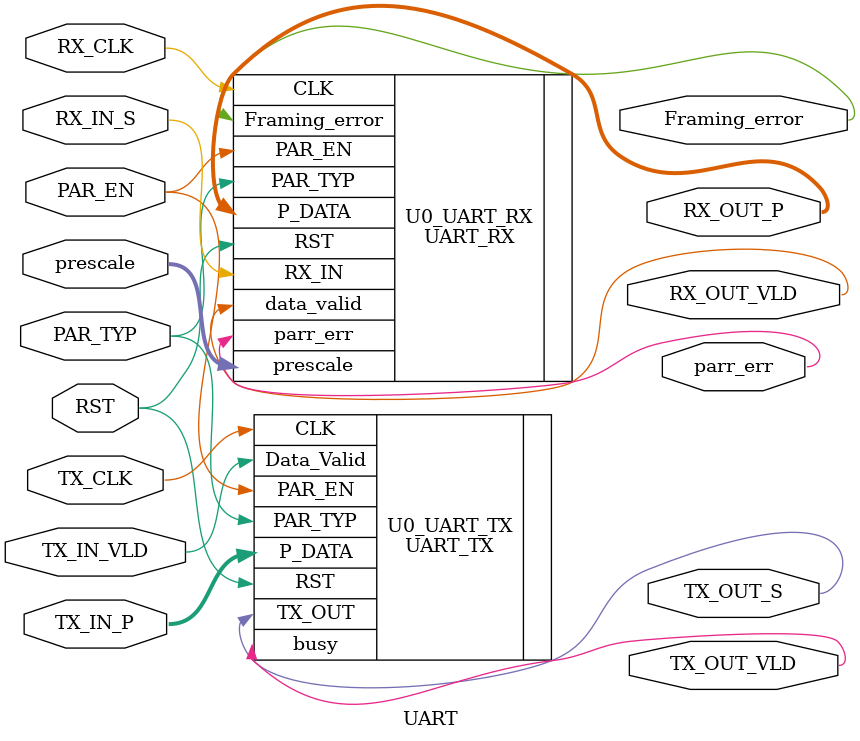
<source format=v>
module UART # ( parameter DATA_WIDTH = 8)

(
 input wire                   PAR_EN,
 input wire                   PAR_TYP,
 input wire                   RST,
 
 // Transmitter
 input wire                   TX_CLK,
 input wire                   TX_IN_VLD,
 input wire [DATA_WIDTH-1:0]  TX_IN_P,
  
 output wire                  TX_OUT_S,
 output wire                  TX_OUT_VLD,
 
 //Receiver
 input wire                   RX_CLK,
 input wire [5:0]             prescale,
 input wire                   RX_IN_S,
  
 output wire [DATA_WIDTH-1:0] RX_OUT_P,
 output wire                  RX_OUT_VLD,
 output wire                  parr_err,
 output wire                  Framing_error
);


UART_TX  #(.DATA(DATA_WIDTH)) U0_UART_TX (
.CLK        (TX_CLK),
.RST        (RST),
.P_DATA     (TX_IN_P),
.Data_Valid (TX_IN_VLD),
.PAR_EN     (PAR_EN),
.PAR_TYP    (PAR_TYP), 
.TX_OUT     (TX_OUT_S),
.busy       (TX_OUT_VLD)
);
 
 
UART_RX #(.DATA(DATA_WIDTH)) U0_UART_RX (
.CLK           (RX_CLK),
.RST           (RST),
.RX_IN         (RX_IN_S),
.prescale      (prescale),
.PAR_EN        (PAR_EN),
.PAR_TYP       (PAR_TYP),
.P_DATA        (RX_OUT_P), 
.data_valid    (RX_OUT_VLD),
.parr_err      (parr_err),
.Framing_error (Framing_error)
);
 

endmodule
 

</source>
